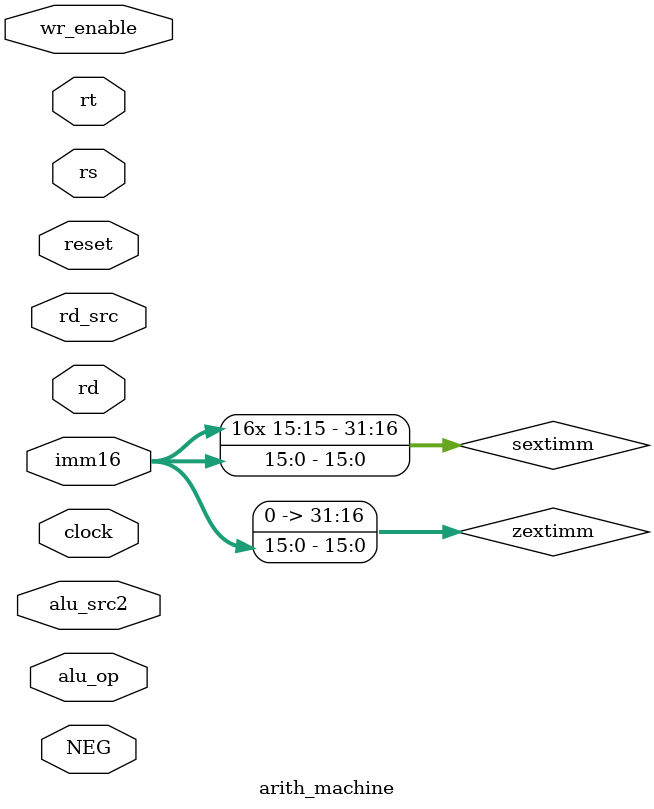
<source format=v>
module arith_machine(rs, rt, rd, rd_src, wr_enable, alu_src2, alu_op, imm16, NEG, clock, reset);
    input        rd_src, wr_enable, NEG;
    input [1:0]  alu_src2;
    input [2:0]  alu_op;
    input [15:0] imm16;
    input [4:0]  rs, rt, rd;
    input        clock, reset;

    wire [4:0] rss;
    wire [31:0]  sextimm, zextimm;

    wire [4:0]   w_addr;

    // sign-extended immediate
    assign sextimm = { {16{imm16[15]}}, imm16[15:0] };

    // zero-extended immediate
    assign zextimm = { {16{1'b0}}, imm16[15:0] };

    wire [31:0]  Rrs, Rrt, B_data;
    wire [31:0]  w_data;

    mux2v #(5) rd_neg(rss, rs,  5'b0, NEG);

    mux2v #(5) rd_mux(w_addr, rd, rt, rd_src);

    regfile rf (Rrs, Rrt,
                rss, rt, w_addr, w_data,
                wr_enable, clock, reset);

    mux3v alu_src2_mux(B_data, Rrt, sextimm, zextimm, alu_src2);

    alu32 alu(w_data, Rrs, B_data, alu_op);
endmodule // arith_machine

</source>
